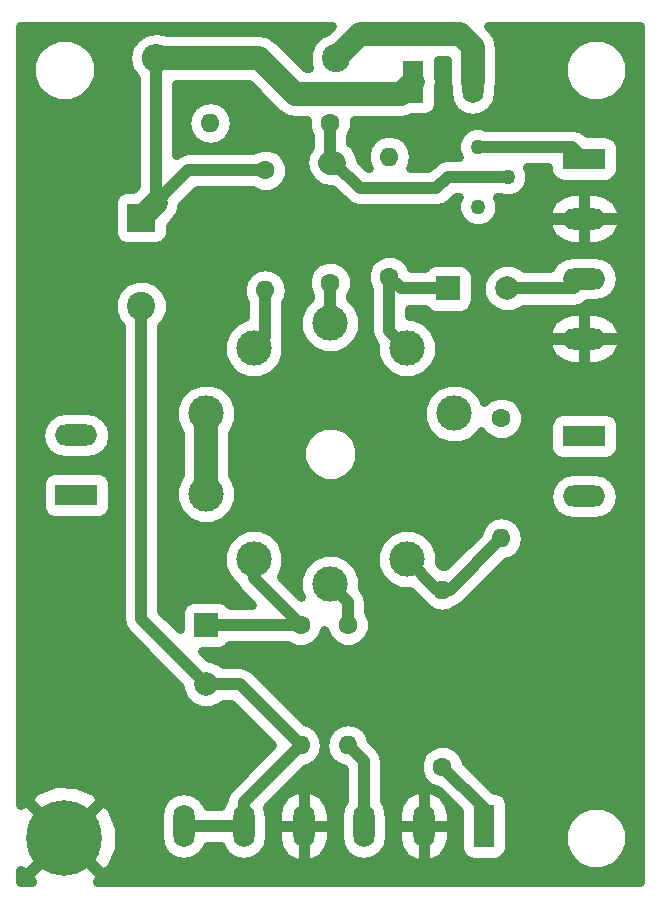
<source format=gbr>
G04 #@! TF.FileFunction,Copper,L2,Bot,Signal*
%FSLAX46Y46*%
G04 Gerber Fmt 4.6, Leading zero omitted, Abs format (unit mm)*
G04 Created by KiCad (PCBNEW 4.0.6) date Friday, 28 July 2017 'PMt' 19:46:46*
%MOMM*%
%LPD*%
G01*
G04 APERTURE LIST*
%ADD10C,0.100000*%
%ADD11R,2.400000X2.400000*%
%ADD12C,2.400000*%
%ADD13C,1.600000*%
%ADD14O,1.600000X1.600000*%
%ADD15C,6.400000*%
%ADD16C,1.260000*%
%ADD17R,3.600000X1.800000*%
%ADD18O,3.600000X1.800000*%
%ADD19R,1.800000X3.600000*%
%ADD20O,1.800000X3.600000*%
%ADD21R,2.000000X2.000000*%
%ADD22C,2.000000*%
%ADD23C,3.000000*%
%ADD24O,2.400000X2.400000*%
%ADD25C,1.000000*%
%ADD26C,2.000000*%
%ADD27C,0.800000*%
G04 APERTURE END LIST*
D10*
D11*
X186500000Y-85000000D03*
D12*
X186500000Y-92500000D03*
D13*
X207500000Y-90000000D03*
D14*
X207500000Y-79840000D03*
D15*
X180000000Y-137500000D03*
D13*
X200000000Y-119500000D03*
D14*
X200000000Y-129660000D03*
D16*
X215000000Y-84080000D03*
X217540000Y-81540000D03*
X215000000Y-79000000D03*
D17*
X224000000Y-103500000D03*
D18*
X224000000Y-108580000D03*
D17*
X181000000Y-108500000D03*
D18*
X181000000Y-103420000D03*
D19*
X209500000Y-73500000D03*
D20*
X214580000Y-73500000D03*
D13*
X202500000Y-90500000D03*
D14*
X202500000Y-80340000D03*
D13*
X204000000Y-119500000D03*
D14*
X204000000Y-129660000D03*
D21*
X212500000Y-91000000D03*
D22*
X217500000Y-91000000D03*
D21*
X192000000Y-119500000D03*
D22*
X192000000Y-124500000D03*
D23*
X208989435Y-113931484D03*
X202500041Y-116040367D03*
X196010602Y-113931820D03*
X192000019Y-108411708D03*
X191999956Y-101588329D03*
X196010688Y-96068136D03*
X202499959Y-93959633D03*
X208989398Y-96068180D03*
X212999981Y-101588292D03*
D13*
X202500000Y-77000000D03*
D14*
X192340000Y-77000000D03*
D13*
X212000000Y-131500000D03*
D14*
X212000000Y-116500000D03*
D13*
X197000000Y-81000000D03*
D14*
X197000000Y-91160000D03*
D13*
X217000000Y-102000000D03*
D14*
X217000000Y-112160000D03*
D12*
X203000000Y-71500000D03*
D24*
X187760000Y-71500000D03*
D17*
X224000000Y-80000000D03*
D18*
X224000000Y-85080000D03*
X224000000Y-90160000D03*
X224000000Y-95240000D03*
D19*
X215500000Y-136500000D03*
D20*
X210420000Y-136500000D03*
X205340000Y-136500000D03*
X200260000Y-136500000D03*
X195180000Y-136500000D03*
X190100000Y-136500000D03*
D25*
X212500000Y-91000000D02*
X208500000Y-91000000D01*
X208500000Y-91000000D02*
X207500000Y-90000000D01*
X207500000Y-90000000D02*
X207500000Y-94578782D01*
X207500000Y-94578782D02*
X208989398Y-96068180D01*
X190100000Y-136500000D02*
X195180000Y-136500000D01*
X195180000Y-136500000D02*
X195180000Y-134480000D01*
X195180000Y-134480000D02*
X200000000Y-129660000D01*
X186500000Y-92500000D02*
X186500000Y-119000000D01*
X186500000Y-119000000D02*
X192000000Y-124500000D01*
X192000000Y-124500000D02*
X194840000Y-124500000D01*
X194840000Y-124500000D02*
X200000000Y-129660000D01*
X197000000Y-81000000D02*
X190500000Y-81000000D01*
X190500000Y-81000000D02*
X186500000Y-85000000D01*
X187760000Y-71500000D02*
X187760000Y-83740000D01*
D26*
X187760000Y-83740000D02*
X186500000Y-85000000D01*
X187760000Y-71500000D02*
X196500000Y-71500000D01*
X208500000Y-74500000D02*
X209500000Y-73500000D01*
X199500000Y-74500000D02*
X208500000Y-74500000D01*
X196500000Y-71500000D02*
X199500000Y-74500000D01*
D25*
X192000000Y-119500000D02*
X200000000Y-119500000D01*
X196010602Y-113931820D02*
X196010602Y-115510602D01*
X196010602Y-115510602D02*
X200000000Y-119500000D01*
X215500000Y-136500000D02*
X215500000Y-135000000D01*
X215500000Y-135000000D02*
X212000000Y-131500000D01*
X205340000Y-136500000D02*
X205340000Y-131000000D01*
X205340000Y-131000000D02*
X204000000Y-129660000D01*
X217500000Y-91000000D02*
X223160000Y-91000000D01*
X223160000Y-91000000D02*
X224000000Y-90160000D01*
X215000000Y-79000000D02*
X223000000Y-79000000D01*
X223000000Y-79000000D02*
X224000000Y-80000000D01*
X202500000Y-90500000D02*
X202500000Y-93959592D01*
D26*
X202500000Y-93959592D02*
X202499959Y-93959633D01*
D25*
X202500000Y-93921122D02*
X202461421Y-93959701D01*
D26*
X202500000Y-80340000D02*
X202840000Y-80340000D01*
D25*
X202840000Y-80340000D02*
X205000000Y-82500000D01*
X212460000Y-81540000D02*
X217540000Y-81540000D01*
X211500000Y-82500000D02*
X212460000Y-81540000D01*
X205000000Y-82500000D02*
X211500000Y-82500000D01*
X202500000Y-77000000D02*
X202500000Y-80340000D01*
X202500000Y-79840000D02*
X202660000Y-79840000D01*
X197000000Y-91160000D02*
X197000000Y-95078824D01*
X197000000Y-95078824D02*
X196010688Y-96068136D01*
X212000000Y-116500000D02*
X212660000Y-116500000D01*
X212660000Y-116500000D02*
X217000000Y-112160000D01*
X212000000Y-116500000D02*
X211557951Y-116500000D01*
X211557951Y-116500000D02*
X208989435Y-113931484D01*
D26*
X192000019Y-108411708D02*
X192000019Y-101588392D01*
X192000019Y-101588392D02*
X191999956Y-101588329D01*
D25*
X204000000Y-119500000D02*
X204000000Y-117540326D01*
X204000000Y-117540326D02*
X202500041Y-116040367D01*
X202500000Y-116040408D02*
X202500041Y-116040367D01*
D26*
X214580000Y-73500000D02*
X214580000Y-70580000D01*
X205000000Y-69500000D02*
X203000000Y-71500000D01*
X213500000Y-69500000D02*
X205000000Y-69500000D01*
X214580000Y-70580000D02*
X213500000Y-69500000D01*
D27*
G36*
X202123281Y-69265449D02*
X201642285Y-69464192D01*
X200966565Y-70138734D01*
X200600417Y-71020516D01*
X200599584Y-71975295D01*
X200733749Y-72300000D01*
X200411270Y-72300000D01*
X198055635Y-69944365D01*
X198033246Y-69929405D01*
X197341904Y-69467465D01*
X196500000Y-69300000D01*
X188751367Y-69300000D01*
X188725459Y-69282689D01*
X187807019Y-69100000D01*
X187712981Y-69100000D01*
X186794541Y-69282689D01*
X186015925Y-69802944D01*
X185495670Y-70581560D01*
X185312981Y-71500000D01*
X185495670Y-72418440D01*
X186015925Y-73197056D01*
X186060000Y-73226506D01*
X186060000Y-82328730D01*
X185812239Y-82576491D01*
X185300000Y-82576491D01*
X184855307Y-82660166D01*
X184446883Y-82922979D01*
X184172886Y-83323986D01*
X184076491Y-83800000D01*
X184076491Y-86200000D01*
X184160166Y-86644693D01*
X184422979Y-87053117D01*
X184823986Y-87327114D01*
X185300000Y-87423509D01*
X187700000Y-87423509D01*
X188144693Y-87339834D01*
X188553117Y-87077021D01*
X188827114Y-86676014D01*
X188923509Y-86200000D01*
X188923509Y-85687761D01*
X189315635Y-85295635D01*
X189792535Y-84581903D01*
X189909306Y-83994858D01*
X191204163Y-82700000D01*
X195878788Y-82700000D01*
X196600430Y-82999652D01*
X197396079Y-83000346D01*
X198131429Y-82696506D01*
X198694529Y-82134388D01*
X198999652Y-81399570D01*
X199000346Y-80603921D01*
X198696506Y-79868571D01*
X198134388Y-79305471D01*
X197399570Y-79000348D01*
X196603921Y-78999654D01*
X195877027Y-79300000D01*
X190500000Y-79300000D01*
X189849438Y-79429405D01*
X189460000Y-79689619D01*
X189460000Y-77000000D01*
X190300818Y-77000000D01*
X190453059Y-77765367D01*
X190886604Y-78414214D01*
X191535451Y-78847759D01*
X192300818Y-79000000D01*
X192379182Y-79000000D01*
X193144549Y-78847759D01*
X193793396Y-78414214D01*
X194226941Y-77765367D01*
X194379182Y-77000000D01*
X194226941Y-76234633D01*
X193793396Y-75585786D01*
X193144549Y-75152241D01*
X192379182Y-75000000D01*
X192300818Y-75000000D01*
X191535451Y-75152241D01*
X190886604Y-75585786D01*
X190453059Y-76234633D01*
X190300818Y-77000000D01*
X189460000Y-77000000D01*
X189460000Y-73700000D01*
X195588730Y-73700000D01*
X197944365Y-76055635D01*
X198658097Y-76532536D01*
X199500000Y-76700000D01*
X200500261Y-76700000D01*
X200499654Y-77396079D01*
X200800000Y-78122973D01*
X200800000Y-79000422D01*
X200467465Y-79498096D01*
X200300000Y-80340000D01*
X200467465Y-81181904D01*
X200944365Y-81895635D01*
X201658096Y-82372535D01*
X202500000Y-82540000D01*
X202635836Y-82540000D01*
X203797916Y-83702079D01*
X203797918Y-83702082D01*
X204349438Y-84070595D01*
X205000000Y-84200000D01*
X211499995Y-84200000D01*
X211500000Y-84200001D01*
X212150562Y-84070595D01*
X212702082Y-83702082D01*
X213164164Y-83240000D01*
X213367304Y-83240000D01*
X213170318Y-83714393D01*
X213169683Y-84442413D01*
X213447697Y-85115258D01*
X213962035Y-85630494D01*
X214634393Y-85909682D01*
X215362413Y-85910317D01*
X216035258Y-85632303D01*
X216129497Y-85538228D01*
X220846108Y-85538228D01*
X220936808Y-85867784D01*
X221402943Y-86635635D01*
X222127440Y-87166655D01*
X223000000Y-87380000D01*
X223900000Y-87380000D01*
X223900000Y-85180000D01*
X224100000Y-85180000D01*
X224100000Y-87380000D01*
X225000000Y-87380000D01*
X225872560Y-87166655D01*
X226597057Y-86635635D01*
X227063192Y-85867784D01*
X227153892Y-85538228D01*
X226847434Y-85180000D01*
X224100000Y-85180000D01*
X223900000Y-85180000D01*
X221152566Y-85180000D01*
X220846108Y-85538228D01*
X216129497Y-85538228D01*
X216550494Y-85117965D01*
X216756531Y-84621772D01*
X220846108Y-84621772D01*
X221152566Y-84980000D01*
X223900000Y-84980000D01*
X223900000Y-82780000D01*
X224100000Y-82780000D01*
X224100000Y-84980000D01*
X226847434Y-84980000D01*
X227153892Y-84621772D01*
X227063192Y-84292216D01*
X226597057Y-83524365D01*
X225872560Y-82993345D01*
X225000000Y-82780000D01*
X224100000Y-82780000D01*
X223900000Y-82780000D01*
X223000000Y-82780000D01*
X222127440Y-82993345D01*
X221402943Y-83524365D01*
X220936808Y-84292216D01*
X220846108Y-84621772D01*
X216756531Y-84621772D01*
X216829682Y-84445607D01*
X216830317Y-83717587D01*
X216632982Y-83240000D01*
X216862085Y-83240000D01*
X217174393Y-83369682D01*
X217902413Y-83370317D01*
X218575258Y-83092303D01*
X219090494Y-82577965D01*
X219369682Y-81905607D01*
X219370317Y-81177587D01*
X219172982Y-80700000D01*
X220976491Y-80700000D01*
X220976491Y-80900000D01*
X221060166Y-81344693D01*
X221322979Y-81753117D01*
X221723986Y-82027114D01*
X222200000Y-82123509D01*
X225800000Y-82123509D01*
X226244693Y-82039834D01*
X226653117Y-81777021D01*
X226927114Y-81376014D01*
X227023509Y-80900000D01*
X227023509Y-79100000D01*
X226939834Y-78655307D01*
X226677021Y-78246883D01*
X226276014Y-77972886D01*
X225800000Y-77876491D01*
X224280655Y-77876491D01*
X224202082Y-77797918D01*
X223650562Y-77429405D01*
X223000000Y-77299999D01*
X222999995Y-77300000D01*
X215677915Y-77300000D01*
X215365607Y-77170318D01*
X214637587Y-77169683D01*
X213964742Y-77447697D01*
X213449506Y-77962035D01*
X213170318Y-78634393D01*
X213169683Y-79362413D01*
X213367018Y-79840000D01*
X212460005Y-79840000D01*
X212460000Y-79839999D01*
X211809438Y-79969405D01*
X211257918Y-80337918D01*
X210795836Y-80800000D01*
X209243890Y-80800000D01*
X209347759Y-80644549D01*
X209500000Y-79879182D01*
X209500000Y-79800818D01*
X209347759Y-79035451D01*
X208914214Y-78386604D01*
X208265367Y-77953059D01*
X207500000Y-77800818D01*
X206734633Y-77953059D01*
X206085786Y-78386604D01*
X205652241Y-79035451D01*
X205500000Y-79800818D01*
X205500000Y-79879182D01*
X205652241Y-80644549D01*
X205756110Y-80800000D01*
X205704163Y-80800000D01*
X204989306Y-80085142D01*
X204872535Y-79498096D01*
X204395635Y-78784365D01*
X204200000Y-78653646D01*
X204200000Y-78121212D01*
X204499652Y-77399570D01*
X204500262Y-76700000D01*
X208500000Y-76700000D01*
X209341904Y-76532535D01*
X209355412Y-76523509D01*
X210400000Y-76523509D01*
X210844693Y-76439834D01*
X211253117Y-76177021D01*
X211527114Y-75776014D01*
X211623509Y-75300000D01*
X211623509Y-73884548D01*
X211700000Y-73500000D01*
X211623509Y-73115451D01*
X211623509Y-71700000D01*
X212380000Y-71700000D01*
X212380000Y-73500000D01*
X212480000Y-74002734D01*
X212480000Y-74458773D01*
X212639853Y-75262408D01*
X213095076Y-75943697D01*
X213776365Y-76398920D01*
X214580000Y-76558773D01*
X215383635Y-76398920D01*
X216064924Y-75943697D01*
X216520147Y-75262408D01*
X216680000Y-74458773D01*
X216680000Y-74002734D01*
X216780000Y-73500000D01*
X216780000Y-73054511D01*
X222199515Y-73054511D01*
X222624892Y-74084000D01*
X223411857Y-74872340D01*
X224440602Y-75299513D01*
X225554511Y-75300485D01*
X226584000Y-74875108D01*
X227372340Y-74088143D01*
X227799513Y-73059398D01*
X227800485Y-71945489D01*
X227375108Y-70916000D01*
X226588143Y-70127660D01*
X225559398Y-69700487D01*
X224445489Y-69699515D01*
X223416000Y-70124892D01*
X222627660Y-70911857D01*
X222200487Y-71940602D01*
X222199515Y-73054511D01*
X216780000Y-73054511D01*
X216780000Y-70580000D01*
X216732640Y-70341903D01*
X216612536Y-69738097D01*
X216135635Y-69024365D01*
X215886270Y-68775000D01*
X228725000Y-68775000D01*
X228725000Y-141225000D01*
X182732734Y-141225000D01*
X182997402Y-140638824D01*
X180000000Y-137641421D01*
X177002598Y-140638824D01*
X177267266Y-141225000D01*
X176275000Y-141225000D01*
X176275000Y-140232734D01*
X176861176Y-140497402D01*
X179858579Y-137500000D01*
X180141421Y-137500000D01*
X183138824Y-140497402D01*
X183852302Y-140175255D01*
X184582839Y-138497402D01*
X184615681Y-136667703D01*
X183945826Y-134964713D01*
X183852302Y-134824745D01*
X183138824Y-134502598D01*
X180141421Y-137500000D01*
X179858579Y-137500000D01*
X176861176Y-134502598D01*
X176275000Y-134767266D01*
X176275000Y-134361176D01*
X177002598Y-134361176D01*
X180000000Y-137358579D01*
X182997402Y-134361176D01*
X182675255Y-133647698D01*
X180997402Y-132917161D01*
X179167703Y-132884319D01*
X177464713Y-133554174D01*
X177324745Y-133647698D01*
X177002598Y-134361176D01*
X176275000Y-134361176D01*
X176275000Y-107600000D01*
X177976491Y-107600000D01*
X177976491Y-109400000D01*
X178060166Y-109844693D01*
X178322979Y-110253117D01*
X178723986Y-110527114D01*
X179200000Y-110623509D01*
X182800000Y-110623509D01*
X183244693Y-110539834D01*
X183653117Y-110277021D01*
X183927114Y-109876014D01*
X184023509Y-109400000D01*
X184023509Y-107600000D01*
X183939834Y-107155307D01*
X183677021Y-106746883D01*
X183276014Y-106472886D01*
X182800000Y-106376491D01*
X179200000Y-106376491D01*
X178755307Y-106460166D01*
X178346883Y-106722979D01*
X178072886Y-107123986D01*
X177976491Y-107600000D01*
X176275000Y-107600000D01*
X176275000Y-103420000D01*
X177941227Y-103420000D01*
X178101080Y-104223635D01*
X178556303Y-104904924D01*
X179237592Y-105360147D01*
X180041227Y-105520000D01*
X181958773Y-105520000D01*
X182762408Y-105360147D01*
X183443697Y-104904924D01*
X183898920Y-104223635D01*
X184058773Y-103420000D01*
X183898920Y-102616365D01*
X183443697Y-101935076D01*
X182762408Y-101479853D01*
X181958773Y-101320000D01*
X180041227Y-101320000D01*
X179237592Y-101479853D01*
X178556303Y-101935076D01*
X178101080Y-102616365D01*
X177941227Y-103420000D01*
X176275000Y-103420000D01*
X176275000Y-92975295D01*
X184099584Y-92975295D01*
X184464192Y-93857715D01*
X184800000Y-94194109D01*
X184800000Y-118999995D01*
X184799999Y-119000000D01*
X184929405Y-119650562D01*
X185297918Y-120202082D01*
X189799821Y-124703984D01*
X189799619Y-124935687D01*
X190133843Y-125744572D01*
X190752173Y-126363982D01*
X191560473Y-126699618D01*
X192435687Y-126700381D01*
X193244572Y-126366157D01*
X193411019Y-126200000D01*
X194135836Y-126200000D01*
X197595836Y-129660000D01*
X193977918Y-133277918D01*
X193609405Y-133829438D01*
X193508835Y-134335032D01*
X193239853Y-134737592D01*
X193227439Y-134800000D01*
X192052561Y-134800000D01*
X192040147Y-134737592D01*
X191584924Y-134056303D01*
X190903635Y-133601080D01*
X190100000Y-133441227D01*
X189296365Y-133601080D01*
X188615076Y-134056303D01*
X188159853Y-134737592D01*
X188000000Y-135541227D01*
X188000000Y-137458773D01*
X188159853Y-138262408D01*
X188615076Y-138943697D01*
X189296365Y-139398920D01*
X190100000Y-139558773D01*
X190903635Y-139398920D01*
X191584924Y-138943697D01*
X192040147Y-138262408D01*
X192052561Y-138200000D01*
X193227439Y-138200000D01*
X193239853Y-138262408D01*
X193695076Y-138943697D01*
X194376365Y-139398920D01*
X195180000Y-139558773D01*
X195983635Y-139398920D01*
X196664924Y-138943697D01*
X197120147Y-138262408D01*
X197280000Y-137458773D01*
X197280000Y-136600000D01*
X197960000Y-136600000D01*
X197960000Y-137500000D01*
X198173345Y-138372560D01*
X198704365Y-139097057D01*
X199472216Y-139563192D01*
X199801772Y-139653892D01*
X200160000Y-139347434D01*
X200160000Y-136600000D01*
X200360000Y-136600000D01*
X200360000Y-139347434D01*
X200718228Y-139653892D01*
X201047784Y-139563192D01*
X201815635Y-139097057D01*
X202346655Y-138372560D01*
X202560000Y-137500000D01*
X202560000Y-136600000D01*
X200360000Y-136600000D01*
X200160000Y-136600000D01*
X197960000Y-136600000D01*
X197280000Y-136600000D01*
X197280000Y-135541227D01*
X197271800Y-135500000D01*
X197960000Y-135500000D01*
X197960000Y-136400000D01*
X200160000Y-136400000D01*
X200160000Y-133652566D01*
X200360000Y-133652566D01*
X200360000Y-136400000D01*
X202560000Y-136400000D01*
X202560000Y-135500000D01*
X202346655Y-134627440D01*
X201815635Y-133902943D01*
X201047784Y-133436808D01*
X200718228Y-133346108D01*
X200360000Y-133652566D01*
X200160000Y-133652566D01*
X199801772Y-133346108D01*
X199472216Y-133436808D01*
X198704365Y-133902943D01*
X198173345Y-134627440D01*
X197960000Y-135500000D01*
X197271800Y-135500000D01*
X197154395Y-134909769D01*
X200455607Y-131608556D01*
X200765367Y-131546941D01*
X201414214Y-131113396D01*
X201847759Y-130464549D01*
X202000000Y-129699182D01*
X202152241Y-130464549D01*
X202585786Y-131113396D01*
X203234633Y-131546941D01*
X203544393Y-131608556D01*
X203640000Y-131704163D01*
X203640000Y-134378187D01*
X203399853Y-134737592D01*
X203240000Y-135541227D01*
X203240000Y-137458773D01*
X203399853Y-138262408D01*
X203855076Y-138943697D01*
X204536365Y-139398920D01*
X205340000Y-139558773D01*
X206143635Y-139398920D01*
X206824924Y-138943697D01*
X207280147Y-138262408D01*
X207440000Y-137458773D01*
X207440000Y-136600000D01*
X208120000Y-136600000D01*
X208120000Y-137500000D01*
X208333345Y-138372560D01*
X208864365Y-139097057D01*
X209632216Y-139563192D01*
X209961772Y-139653892D01*
X210320000Y-139347434D01*
X210320000Y-136600000D01*
X210520000Y-136600000D01*
X210520000Y-139347434D01*
X210878228Y-139653892D01*
X211207784Y-139563192D01*
X211975635Y-139097057D01*
X212506655Y-138372560D01*
X212720000Y-137500000D01*
X212720000Y-136600000D01*
X210520000Y-136600000D01*
X210320000Y-136600000D01*
X208120000Y-136600000D01*
X207440000Y-136600000D01*
X207440000Y-135541227D01*
X207431800Y-135500000D01*
X208120000Y-135500000D01*
X208120000Y-136400000D01*
X210320000Y-136400000D01*
X210320000Y-133652566D01*
X210520000Y-133652566D01*
X210520000Y-136400000D01*
X212720000Y-136400000D01*
X212720000Y-135500000D01*
X212506655Y-134627440D01*
X211975635Y-133902943D01*
X211207784Y-133436808D01*
X210878228Y-133346108D01*
X210520000Y-133652566D01*
X210320000Y-133652566D01*
X209961772Y-133346108D01*
X209632216Y-133436808D01*
X208864365Y-133902943D01*
X208333345Y-134627440D01*
X208120000Y-135500000D01*
X207431800Y-135500000D01*
X207280147Y-134737592D01*
X207040000Y-134378187D01*
X207040000Y-131896079D01*
X209999654Y-131896079D01*
X210303494Y-132631429D01*
X210865612Y-133194529D01*
X211591979Y-133496143D01*
X213376491Y-135280654D01*
X213376491Y-138300000D01*
X213460166Y-138744693D01*
X213722979Y-139153117D01*
X214123986Y-139427114D01*
X214600000Y-139523509D01*
X216400000Y-139523509D01*
X216844693Y-139439834D01*
X217253117Y-139177021D01*
X217527114Y-138776014D01*
X217623509Y-138300000D01*
X217623509Y-138054511D01*
X222199515Y-138054511D01*
X222624892Y-139084000D01*
X223411857Y-139872340D01*
X224440602Y-140299513D01*
X225554511Y-140300485D01*
X226584000Y-139875108D01*
X227372340Y-139088143D01*
X227799513Y-138059398D01*
X227800485Y-136945489D01*
X227375108Y-135916000D01*
X226588143Y-135127660D01*
X225559398Y-134700487D01*
X224445489Y-134699515D01*
X223416000Y-135124892D01*
X222627660Y-135911857D01*
X222200487Y-136940602D01*
X222199515Y-138054511D01*
X217623509Y-138054511D01*
X217623509Y-134700000D01*
X217539834Y-134255307D01*
X217277021Y-133846883D01*
X216876014Y-133572886D01*
X216400000Y-133476491D01*
X216380654Y-133476491D01*
X213994897Y-131090733D01*
X213696506Y-130368571D01*
X213134388Y-129805471D01*
X212399570Y-129500348D01*
X211603921Y-129499654D01*
X210868571Y-129803494D01*
X210305471Y-130365612D01*
X210000348Y-131100430D01*
X209999654Y-131896079D01*
X207040000Y-131896079D01*
X207040000Y-131000005D01*
X207040001Y-131000000D01*
X206910595Y-130349438D01*
X206884619Y-130310562D01*
X206542082Y-129797918D01*
X206542079Y-129797916D01*
X205909374Y-129165211D01*
X205847759Y-128855451D01*
X205414214Y-128206604D01*
X204765367Y-127773059D01*
X204000000Y-127620818D01*
X203234633Y-127773059D01*
X202585786Y-128206604D01*
X202152241Y-128855451D01*
X202000000Y-129620818D01*
X201847759Y-128855451D01*
X201414214Y-128206604D01*
X200765367Y-127773059D01*
X200455608Y-127711444D01*
X196042082Y-123297918D01*
X195490562Y-122929405D01*
X194840000Y-122799999D01*
X194839995Y-122800000D01*
X193411523Y-122800000D01*
X193247827Y-122636018D01*
X192439527Y-122300382D01*
X192204340Y-122300177D01*
X191627672Y-121723509D01*
X193000000Y-121723509D01*
X193444693Y-121639834D01*
X193853117Y-121377021D01*
X193974071Y-121200000D01*
X198878788Y-121200000D01*
X199600430Y-121499652D01*
X200396079Y-121500346D01*
X201131429Y-121196506D01*
X201694529Y-120634388D01*
X201999652Y-119899570D01*
X201999655Y-119896082D01*
X202303494Y-120631429D01*
X202865612Y-121194529D01*
X203600430Y-121499652D01*
X204396079Y-121500346D01*
X205131429Y-121196506D01*
X205694529Y-120634388D01*
X205999652Y-119899570D01*
X206000346Y-119103921D01*
X205700000Y-118377027D01*
X205700000Y-117540326D01*
X205570595Y-116889764D01*
X205202082Y-116338244D01*
X205202079Y-116338242D01*
X205199784Y-116335947D01*
X205200509Y-115505660D01*
X204790324Y-114512938D01*
X204743659Y-114466191D01*
X206288967Y-114466191D01*
X206699152Y-115458913D01*
X207458011Y-116219098D01*
X208450016Y-116631014D01*
X209285531Y-116631744D01*
X210355867Y-117702079D01*
X210355869Y-117702082D01*
X210467866Y-117776916D01*
X210585786Y-117953396D01*
X211234633Y-118386941D01*
X212000000Y-118539182D01*
X212765367Y-118386941D01*
X213208400Y-118090917D01*
X213310562Y-118070595D01*
X213862082Y-117702082D01*
X217455607Y-114108556D01*
X217765367Y-114046941D01*
X218414214Y-113613396D01*
X218847759Y-112964549D01*
X219000000Y-112199182D01*
X219000000Y-112120818D01*
X218847759Y-111355451D01*
X218414214Y-110706604D01*
X217765367Y-110273059D01*
X217000000Y-110120818D01*
X216234633Y-110273059D01*
X215585786Y-110706604D01*
X215152241Y-111355451D01*
X215090626Y-111665211D01*
X212246072Y-114509765D01*
X212000000Y-114460818D01*
X211935719Y-114473604D01*
X211689178Y-114227064D01*
X211689903Y-113396777D01*
X211279718Y-112404055D01*
X210520859Y-111643870D01*
X209528854Y-111231954D01*
X208454728Y-111231016D01*
X207462006Y-111641201D01*
X206701821Y-112400060D01*
X206289905Y-113392065D01*
X206288967Y-114466191D01*
X204743659Y-114466191D01*
X204031465Y-113752753D01*
X203039460Y-113340837D01*
X201965334Y-113339899D01*
X200972612Y-113750084D01*
X200212427Y-114508943D01*
X199800511Y-115500948D01*
X199799573Y-116575074D01*
X200025133Y-117120969D01*
X198318517Y-115414353D01*
X198710132Y-114471239D01*
X198711070Y-113397113D01*
X198300885Y-112404391D01*
X197542026Y-111644206D01*
X196550021Y-111232290D01*
X195475895Y-111231352D01*
X194483173Y-111641537D01*
X193722988Y-112400396D01*
X193311072Y-113392401D01*
X193310134Y-114466527D01*
X193720319Y-115459249D01*
X194478463Y-116218718D01*
X194808520Y-116712684D01*
X195895836Y-117800000D01*
X193975549Y-117800000D01*
X193877021Y-117646883D01*
X193476014Y-117372886D01*
X193000000Y-117276491D01*
X191000000Y-117276491D01*
X190555307Y-117360166D01*
X190146883Y-117622979D01*
X189872886Y-118023986D01*
X189776491Y-118500000D01*
X189776491Y-119872327D01*
X188200000Y-118295836D01*
X188200000Y-102123036D01*
X189299488Y-102123036D01*
X189709673Y-103115758D01*
X189800019Y-103206262D01*
X189800019Y-106792823D01*
X189712405Y-106880284D01*
X189300489Y-107872289D01*
X189299551Y-108946415D01*
X189709736Y-109939137D01*
X190468595Y-110699322D01*
X191460600Y-111111238D01*
X192534726Y-111112176D01*
X193527448Y-110701991D01*
X194287633Y-109943132D01*
X194699549Y-108951127D01*
X194699873Y-108580000D01*
X220941227Y-108580000D01*
X221101080Y-109383635D01*
X221556303Y-110064924D01*
X222237592Y-110520147D01*
X223041227Y-110680000D01*
X224958773Y-110680000D01*
X225762408Y-110520147D01*
X226443697Y-110064924D01*
X226898920Y-109383635D01*
X227058773Y-108580000D01*
X226898920Y-107776365D01*
X226443697Y-107095076D01*
X225762408Y-106639853D01*
X224958773Y-106480000D01*
X223041227Y-106480000D01*
X222237592Y-106639853D01*
X221556303Y-107095076D01*
X221101080Y-107776365D01*
X220941227Y-108580000D01*
X194699873Y-108580000D01*
X194700487Y-107877001D01*
X194290302Y-106884279D01*
X194200019Y-106793838D01*
X194200019Y-105485197D01*
X200049576Y-105485197D01*
X200421780Y-106386000D01*
X201110375Y-107075798D01*
X202010527Y-107449573D01*
X202985197Y-107450424D01*
X203886000Y-107078220D01*
X204575798Y-106389625D01*
X204949573Y-105489473D01*
X204950424Y-104514803D01*
X204578220Y-103614000D01*
X203889625Y-102924202D01*
X202989473Y-102550427D01*
X202014803Y-102549576D01*
X201114000Y-102921780D01*
X200424202Y-103610375D01*
X200050427Y-104510527D01*
X200049576Y-105485197D01*
X194200019Y-105485197D01*
X194200019Y-103207151D01*
X194287570Y-103119753D01*
X194699486Y-102127748D01*
X194699490Y-102122999D01*
X210299513Y-102122999D01*
X210709698Y-103115721D01*
X211468557Y-103875906D01*
X212460562Y-104287822D01*
X213534688Y-104288760D01*
X214527410Y-103878575D01*
X215287595Y-103119716D01*
X215293138Y-103106366D01*
X215303494Y-103131429D01*
X215865612Y-103694529D01*
X216600430Y-103999652D01*
X217396079Y-104000346D01*
X218131429Y-103696506D01*
X218694529Y-103134388D01*
X218916426Y-102600000D01*
X220976491Y-102600000D01*
X220976491Y-104400000D01*
X221060166Y-104844693D01*
X221322979Y-105253117D01*
X221723986Y-105527114D01*
X222200000Y-105623509D01*
X225800000Y-105623509D01*
X226244693Y-105539834D01*
X226653117Y-105277021D01*
X226927114Y-104876014D01*
X227023509Y-104400000D01*
X227023509Y-102600000D01*
X226939834Y-102155307D01*
X226677021Y-101746883D01*
X226276014Y-101472886D01*
X225800000Y-101376491D01*
X222200000Y-101376491D01*
X221755307Y-101460166D01*
X221346883Y-101722979D01*
X221072886Y-102123986D01*
X220976491Y-102600000D01*
X218916426Y-102600000D01*
X218999652Y-102399570D01*
X219000346Y-101603921D01*
X218696506Y-100868571D01*
X218134388Y-100305471D01*
X217399570Y-100000348D01*
X216603921Y-99999654D01*
X215868571Y-100303494D01*
X215530119Y-100641356D01*
X215290264Y-100060863D01*
X214531405Y-99300678D01*
X213539400Y-98888762D01*
X212465274Y-98887824D01*
X211472552Y-99298009D01*
X210712367Y-100056868D01*
X210300451Y-101048873D01*
X210299513Y-102122999D01*
X194699490Y-102122999D01*
X194700424Y-101053622D01*
X194290239Y-100060900D01*
X193531380Y-99300715D01*
X192539375Y-98888799D01*
X191465249Y-98887861D01*
X190472527Y-99298046D01*
X189712342Y-100056905D01*
X189300426Y-101048910D01*
X189299488Y-102123036D01*
X188200000Y-102123036D01*
X188200000Y-96602843D01*
X193310220Y-96602843D01*
X193720405Y-97595565D01*
X194479264Y-98355750D01*
X195471269Y-98767666D01*
X196545395Y-98768604D01*
X197538117Y-98358419D01*
X198298302Y-97599560D01*
X198710218Y-96607555D01*
X198711156Y-95533429D01*
X198642584Y-95367473D01*
X198700000Y-95078824D01*
X198700000Y-94494340D01*
X199799491Y-94494340D01*
X200209676Y-95487062D01*
X200968535Y-96247247D01*
X201960540Y-96659163D01*
X203034666Y-96660101D01*
X204027388Y-96249916D01*
X204787573Y-95491057D01*
X205199489Y-94499052D01*
X205200427Y-93424926D01*
X204790242Y-92432204D01*
X204200000Y-91840931D01*
X204200000Y-91621212D01*
X204499652Y-90899570D01*
X204500091Y-90396079D01*
X205499654Y-90396079D01*
X205800000Y-91122973D01*
X205800000Y-94578777D01*
X205799999Y-94578782D01*
X205929405Y-95229344D01*
X206289659Y-95768503D01*
X206288930Y-96602887D01*
X206699115Y-97595609D01*
X207457974Y-98355794D01*
X208449979Y-98767710D01*
X209524105Y-98768648D01*
X210516827Y-98358463D01*
X211277012Y-97599604D01*
X211688928Y-96607599D01*
X211689722Y-95698228D01*
X220846108Y-95698228D01*
X220936808Y-96027784D01*
X221402943Y-96795635D01*
X222127440Y-97326655D01*
X223000000Y-97540000D01*
X223900000Y-97540000D01*
X223900000Y-95340000D01*
X224100000Y-95340000D01*
X224100000Y-97540000D01*
X225000000Y-97540000D01*
X225872560Y-97326655D01*
X226597057Y-96795635D01*
X227063192Y-96027784D01*
X227153892Y-95698228D01*
X226847434Y-95340000D01*
X224100000Y-95340000D01*
X223900000Y-95340000D01*
X221152566Y-95340000D01*
X220846108Y-95698228D01*
X211689722Y-95698228D01*
X211689866Y-95533473D01*
X211379270Y-94781772D01*
X220846108Y-94781772D01*
X221152566Y-95140000D01*
X223900000Y-95140000D01*
X223900000Y-92940000D01*
X224100000Y-92940000D01*
X224100000Y-95140000D01*
X226847434Y-95140000D01*
X227153892Y-94781772D01*
X227063192Y-94452216D01*
X226597057Y-93684365D01*
X225872560Y-93153345D01*
X225000000Y-92940000D01*
X224100000Y-92940000D01*
X223900000Y-92940000D01*
X223000000Y-92940000D01*
X222127440Y-93153345D01*
X221402943Y-93684365D01*
X220936808Y-94452216D01*
X220846108Y-94781772D01*
X211379270Y-94781772D01*
X211279681Y-94540751D01*
X210520822Y-93780566D01*
X209528817Y-93368650D01*
X209200000Y-93368363D01*
X209200000Y-92700000D01*
X210524451Y-92700000D01*
X210622979Y-92853117D01*
X211023986Y-93127114D01*
X211500000Y-93223509D01*
X213500000Y-93223509D01*
X213944693Y-93139834D01*
X214353117Y-92877021D01*
X214627114Y-92476014D01*
X214723509Y-92000000D01*
X214723509Y-91435687D01*
X215299619Y-91435687D01*
X215633843Y-92244572D01*
X216252173Y-92863982D01*
X217060473Y-93199618D01*
X217935687Y-93200381D01*
X218744572Y-92866157D01*
X218911019Y-92700000D01*
X223159995Y-92700000D01*
X223160000Y-92700001D01*
X223810562Y-92570595D01*
X224275401Y-92260000D01*
X224958773Y-92260000D01*
X225762408Y-92100147D01*
X226443697Y-91644924D01*
X226898920Y-90963635D01*
X227058773Y-90160000D01*
X226898920Y-89356365D01*
X226443697Y-88675076D01*
X225762408Y-88219853D01*
X224958773Y-88060000D01*
X223041227Y-88060000D01*
X222237592Y-88219853D01*
X221556303Y-88675076D01*
X221138742Y-89300000D01*
X218911523Y-89300000D01*
X218747827Y-89136018D01*
X217939527Y-88800382D01*
X217064313Y-88799619D01*
X216255428Y-89133843D01*
X215636018Y-89752173D01*
X215300382Y-90560473D01*
X215299619Y-91435687D01*
X214723509Y-91435687D01*
X214723509Y-90000000D01*
X214639834Y-89555307D01*
X214377021Y-89146883D01*
X213976014Y-88872886D01*
X213500000Y-88776491D01*
X211500000Y-88776491D01*
X211055307Y-88860166D01*
X210646883Y-89122979D01*
X210525929Y-89300000D01*
X209374769Y-89300000D01*
X209196506Y-88868571D01*
X208634388Y-88305471D01*
X207899570Y-88000348D01*
X207103921Y-87999654D01*
X206368571Y-88303494D01*
X205805471Y-88865612D01*
X205500348Y-89600430D01*
X205499654Y-90396079D01*
X204500091Y-90396079D01*
X204500346Y-90103921D01*
X204196506Y-89368571D01*
X203634388Y-88805471D01*
X202899570Y-88500348D01*
X202103921Y-88499654D01*
X201368571Y-88803494D01*
X200805471Y-89365612D01*
X200500348Y-90100430D01*
X200499654Y-90896079D01*
X200800000Y-91622973D01*
X200800000Y-91841579D01*
X200212345Y-92428209D01*
X199800429Y-93420214D01*
X199799491Y-94494340D01*
X198700000Y-94494340D01*
X198700000Y-92185686D01*
X198847759Y-91964549D01*
X199000000Y-91199182D01*
X199000000Y-91120818D01*
X198847759Y-90355451D01*
X198414214Y-89706604D01*
X197765367Y-89273059D01*
X197000000Y-89120818D01*
X196234633Y-89273059D01*
X195585786Y-89706604D01*
X195152241Y-90355451D01*
X195000000Y-91120818D01*
X195000000Y-91199182D01*
X195152241Y-91964549D01*
X195300000Y-92185686D01*
X195300000Y-93440382D01*
X194483259Y-93777853D01*
X193723074Y-94536712D01*
X193311158Y-95528717D01*
X193310220Y-96602843D01*
X188200000Y-96602843D01*
X188200000Y-94194120D01*
X188533435Y-93861266D01*
X188899583Y-92979484D01*
X188900416Y-92024705D01*
X188535808Y-91142285D01*
X187861266Y-90466565D01*
X186979484Y-90100417D01*
X186024705Y-90099584D01*
X185142285Y-90464192D01*
X184466565Y-91138734D01*
X184100417Y-92020516D01*
X184099584Y-92975295D01*
X176275000Y-92975295D01*
X176275000Y-73054511D01*
X177199515Y-73054511D01*
X177624892Y-74084000D01*
X178411857Y-74872340D01*
X179440602Y-75299513D01*
X180554511Y-75300485D01*
X181584000Y-74875108D01*
X182372340Y-74088143D01*
X182799513Y-73059398D01*
X182800485Y-71945489D01*
X182375108Y-70916000D01*
X181588143Y-70127660D01*
X180559398Y-69700487D01*
X179445489Y-69699515D01*
X178416000Y-70124892D01*
X177627660Y-70911857D01*
X177200487Y-71940602D01*
X177199515Y-73054511D01*
X176275000Y-73054511D01*
X176275000Y-68775000D01*
X202613730Y-68775000D01*
X202123281Y-69265449D01*
X202123281Y-69265449D01*
G37*
X202123281Y-69265449D02*
X201642285Y-69464192D01*
X200966565Y-70138734D01*
X200600417Y-71020516D01*
X200599584Y-71975295D01*
X200733749Y-72300000D01*
X200411270Y-72300000D01*
X198055635Y-69944365D01*
X198033246Y-69929405D01*
X197341904Y-69467465D01*
X196500000Y-69300000D01*
X188751367Y-69300000D01*
X188725459Y-69282689D01*
X187807019Y-69100000D01*
X187712981Y-69100000D01*
X186794541Y-69282689D01*
X186015925Y-69802944D01*
X185495670Y-70581560D01*
X185312981Y-71500000D01*
X185495670Y-72418440D01*
X186015925Y-73197056D01*
X186060000Y-73226506D01*
X186060000Y-82328730D01*
X185812239Y-82576491D01*
X185300000Y-82576491D01*
X184855307Y-82660166D01*
X184446883Y-82922979D01*
X184172886Y-83323986D01*
X184076491Y-83800000D01*
X184076491Y-86200000D01*
X184160166Y-86644693D01*
X184422979Y-87053117D01*
X184823986Y-87327114D01*
X185300000Y-87423509D01*
X187700000Y-87423509D01*
X188144693Y-87339834D01*
X188553117Y-87077021D01*
X188827114Y-86676014D01*
X188923509Y-86200000D01*
X188923509Y-85687761D01*
X189315635Y-85295635D01*
X189792535Y-84581903D01*
X189909306Y-83994858D01*
X191204163Y-82700000D01*
X195878788Y-82700000D01*
X196600430Y-82999652D01*
X197396079Y-83000346D01*
X198131429Y-82696506D01*
X198694529Y-82134388D01*
X198999652Y-81399570D01*
X199000346Y-80603921D01*
X198696506Y-79868571D01*
X198134388Y-79305471D01*
X197399570Y-79000348D01*
X196603921Y-78999654D01*
X195877027Y-79300000D01*
X190500000Y-79300000D01*
X189849438Y-79429405D01*
X189460000Y-79689619D01*
X189460000Y-77000000D01*
X190300818Y-77000000D01*
X190453059Y-77765367D01*
X190886604Y-78414214D01*
X191535451Y-78847759D01*
X192300818Y-79000000D01*
X192379182Y-79000000D01*
X193144549Y-78847759D01*
X193793396Y-78414214D01*
X194226941Y-77765367D01*
X194379182Y-77000000D01*
X194226941Y-76234633D01*
X193793396Y-75585786D01*
X193144549Y-75152241D01*
X192379182Y-75000000D01*
X192300818Y-75000000D01*
X191535451Y-75152241D01*
X190886604Y-75585786D01*
X190453059Y-76234633D01*
X190300818Y-77000000D01*
X189460000Y-77000000D01*
X189460000Y-73700000D01*
X195588730Y-73700000D01*
X197944365Y-76055635D01*
X198658097Y-76532536D01*
X199500000Y-76700000D01*
X200500261Y-76700000D01*
X200499654Y-77396079D01*
X200800000Y-78122973D01*
X200800000Y-79000422D01*
X200467465Y-79498096D01*
X200300000Y-80340000D01*
X200467465Y-81181904D01*
X200944365Y-81895635D01*
X201658096Y-82372535D01*
X202500000Y-82540000D01*
X202635836Y-82540000D01*
X203797916Y-83702079D01*
X203797918Y-83702082D01*
X204349438Y-84070595D01*
X205000000Y-84200000D01*
X211499995Y-84200000D01*
X211500000Y-84200001D01*
X212150562Y-84070595D01*
X212702082Y-83702082D01*
X213164164Y-83240000D01*
X213367304Y-83240000D01*
X213170318Y-83714393D01*
X213169683Y-84442413D01*
X213447697Y-85115258D01*
X213962035Y-85630494D01*
X214634393Y-85909682D01*
X215362413Y-85910317D01*
X216035258Y-85632303D01*
X216129497Y-85538228D01*
X220846108Y-85538228D01*
X220936808Y-85867784D01*
X221402943Y-86635635D01*
X222127440Y-87166655D01*
X223000000Y-87380000D01*
X223900000Y-87380000D01*
X223900000Y-85180000D01*
X224100000Y-85180000D01*
X224100000Y-87380000D01*
X225000000Y-87380000D01*
X225872560Y-87166655D01*
X226597057Y-86635635D01*
X227063192Y-85867784D01*
X227153892Y-85538228D01*
X226847434Y-85180000D01*
X224100000Y-85180000D01*
X223900000Y-85180000D01*
X221152566Y-85180000D01*
X220846108Y-85538228D01*
X216129497Y-85538228D01*
X216550494Y-85117965D01*
X216756531Y-84621772D01*
X220846108Y-84621772D01*
X221152566Y-84980000D01*
X223900000Y-84980000D01*
X223900000Y-82780000D01*
X224100000Y-82780000D01*
X224100000Y-84980000D01*
X226847434Y-84980000D01*
X227153892Y-84621772D01*
X227063192Y-84292216D01*
X226597057Y-83524365D01*
X225872560Y-82993345D01*
X225000000Y-82780000D01*
X224100000Y-82780000D01*
X223900000Y-82780000D01*
X223000000Y-82780000D01*
X222127440Y-82993345D01*
X221402943Y-83524365D01*
X220936808Y-84292216D01*
X220846108Y-84621772D01*
X216756531Y-84621772D01*
X216829682Y-84445607D01*
X216830317Y-83717587D01*
X216632982Y-83240000D01*
X216862085Y-83240000D01*
X217174393Y-83369682D01*
X217902413Y-83370317D01*
X218575258Y-83092303D01*
X219090494Y-82577965D01*
X219369682Y-81905607D01*
X219370317Y-81177587D01*
X219172982Y-80700000D01*
X220976491Y-80700000D01*
X220976491Y-80900000D01*
X221060166Y-81344693D01*
X221322979Y-81753117D01*
X221723986Y-82027114D01*
X222200000Y-82123509D01*
X225800000Y-82123509D01*
X226244693Y-82039834D01*
X226653117Y-81777021D01*
X226927114Y-81376014D01*
X227023509Y-80900000D01*
X227023509Y-79100000D01*
X226939834Y-78655307D01*
X226677021Y-78246883D01*
X226276014Y-77972886D01*
X225800000Y-77876491D01*
X224280655Y-77876491D01*
X224202082Y-77797918D01*
X223650562Y-77429405D01*
X223000000Y-77299999D01*
X222999995Y-77300000D01*
X215677915Y-77300000D01*
X215365607Y-77170318D01*
X214637587Y-77169683D01*
X213964742Y-77447697D01*
X213449506Y-77962035D01*
X213170318Y-78634393D01*
X213169683Y-79362413D01*
X213367018Y-79840000D01*
X212460005Y-79840000D01*
X212460000Y-79839999D01*
X211809438Y-79969405D01*
X211257918Y-80337918D01*
X210795836Y-80800000D01*
X209243890Y-80800000D01*
X209347759Y-80644549D01*
X209500000Y-79879182D01*
X209500000Y-79800818D01*
X209347759Y-79035451D01*
X208914214Y-78386604D01*
X208265367Y-77953059D01*
X207500000Y-77800818D01*
X206734633Y-77953059D01*
X206085786Y-78386604D01*
X205652241Y-79035451D01*
X205500000Y-79800818D01*
X205500000Y-79879182D01*
X205652241Y-80644549D01*
X205756110Y-80800000D01*
X205704163Y-80800000D01*
X204989306Y-80085142D01*
X204872535Y-79498096D01*
X204395635Y-78784365D01*
X204200000Y-78653646D01*
X204200000Y-78121212D01*
X204499652Y-77399570D01*
X204500262Y-76700000D01*
X208500000Y-76700000D01*
X209341904Y-76532535D01*
X209355412Y-76523509D01*
X210400000Y-76523509D01*
X210844693Y-76439834D01*
X211253117Y-76177021D01*
X211527114Y-75776014D01*
X211623509Y-75300000D01*
X211623509Y-73884548D01*
X211700000Y-73500000D01*
X211623509Y-73115451D01*
X211623509Y-71700000D01*
X212380000Y-71700000D01*
X212380000Y-73500000D01*
X212480000Y-74002734D01*
X212480000Y-74458773D01*
X212639853Y-75262408D01*
X213095076Y-75943697D01*
X213776365Y-76398920D01*
X214580000Y-76558773D01*
X215383635Y-76398920D01*
X216064924Y-75943697D01*
X216520147Y-75262408D01*
X216680000Y-74458773D01*
X216680000Y-74002734D01*
X216780000Y-73500000D01*
X216780000Y-73054511D01*
X222199515Y-73054511D01*
X222624892Y-74084000D01*
X223411857Y-74872340D01*
X224440602Y-75299513D01*
X225554511Y-75300485D01*
X226584000Y-74875108D01*
X227372340Y-74088143D01*
X227799513Y-73059398D01*
X227800485Y-71945489D01*
X227375108Y-70916000D01*
X226588143Y-70127660D01*
X225559398Y-69700487D01*
X224445489Y-69699515D01*
X223416000Y-70124892D01*
X222627660Y-70911857D01*
X222200487Y-71940602D01*
X222199515Y-73054511D01*
X216780000Y-73054511D01*
X216780000Y-70580000D01*
X216732640Y-70341903D01*
X216612536Y-69738097D01*
X216135635Y-69024365D01*
X215886270Y-68775000D01*
X228725000Y-68775000D01*
X228725000Y-141225000D01*
X182732734Y-141225000D01*
X182997402Y-140638824D01*
X180000000Y-137641421D01*
X177002598Y-140638824D01*
X177267266Y-141225000D01*
X176275000Y-141225000D01*
X176275000Y-140232734D01*
X176861176Y-140497402D01*
X179858579Y-137500000D01*
X180141421Y-137500000D01*
X183138824Y-140497402D01*
X183852302Y-140175255D01*
X184582839Y-138497402D01*
X184615681Y-136667703D01*
X183945826Y-134964713D01*
X183852302Y-134824745D01*
X183138824Y-134502598D01*
X180141421Y-137500000D01*
X179858579Y-137500000D01*
X176861176Y-134502598D01*
X176275000Y-134767266D01*
X176275000Y-134361176D01*
X177002598Y-134361176D01*
X180000000Y-137358579D01*
X182997402Y-134361176D01*
X182675255Y-133647698D01*
X180997402Y-132917161D01*
X179167703Y-132884319D01*
X177464713Y-133554174D01*
X177324745Y-133647698D01*
X177002598Y-134361176D01*
X176275000Y-134361176D01*
X176275000Y-107600000D01*
X177976491Y-107600000D01*
X177976491Y-109400000D01*
X178060166Y-109844693D01*
X178322979Y-110253117D01*
X178723986Y-110527114D01*
X179200000Y-110623509D01*
X182800000Y-110623509D01*
X183244693Y-110539834D01*
X183653117Y-110277021D01*
X183927114Y-109876014D01*
X184023509Y-109400000D01*
X184023509Y-107600000D01*
X183939834Y-107155307D01*
X183677021Y-106746883D01*
X183276014Y-106472886D01*
X182800000Y-106376491D01*
X179200000Y-106376491D01*
X178755307Y-106460166D01*
X178346883Y-106722979D01*
X178072886Y-107123986D01*
X177976491Y-107600000D01*
X176275000Y-107600000D01*
X176275000Y-103420000D01*
X177941227Y-103420000D01*
X178101080Y-104223635D01*
X178556303Y-104904924D01*
X179237592Y-105360147D01*
X180041227Y-105520000D01*
X181958773Y-105520000D01*
X182762408Y-105360147D01*
X183443697Y-104904924D01*
X183898920Y-104223635D01*
X184058773Y-103420000D01*
X183898920Y-102616365D01*
X183443697Y-101935076D01*
X182762408Y-101479853D01*
X181958773Y-101320000D01*
X180041227Y-101320000D01*
X179237592Y-101479853D01*
X178556303Y-101935076D01*
X178101080Y-102616365D01*
X177941227Y-103420000D01*
X176275000Y-103420000D01*
X176275000Y-92975295D01*
X184099584Y-92975295D01*
X184464192Y-93857715D01*
X184800000Y-94194109D01*
X184800000Y-118999995D01*
X184799999Y-119000000D01*
X184929405Y-119650562D01*
X185297918Y-120202082D01*
X189799821Y-124703984D01*
X189799619Y-124935687D01*
X190133843Y-125744572D01*
X190752173Y-126363982D01*
X191560473Y-126699618D01*
X192435687Y-126700381D01*
X193244572Y-126366157D01*
X193411019Y-126200000D01*
X194135836Y-126200000D01*
X197595836Y-129660000D01*
X193977918Y-133277918D01*
X193609405Y-133829438D01*
X193508835Y-134335032D01*
X193239853Y-134737592D01*
X193227439Y-134800000D01*
X192052561Y-134800000D01*
X192040147Y-134737592D01*
X191584924Y-134056303D01*
X190903635Y-133601080D01*
X190100000Y-133441227D01*
X189296365Y-133601080D01*
X188615076Y-134056303D01*
X188159853Y-134737592D01*
X188000000Y-135541227D01*
X188000000Y-137458773D01*
X188159853Y-138262408D01*
X188615076Y-138943697D01*
X189296365Y-139398920D01*
X190100000Y-139558773D01*
X190903635Y-139398920D01*
X191584924Y-138943697D01*
X192040147Y-138262408D01*
X192052561Y-138200000D01*
X193227439Y-138200000D01*
X193239853Y-138262408D01*
X193695076Y-138943697D01*
X194376365Y-139398920D01*
X195180000Y-139558773D01*
X195983635Y-139398920D01*
X196664924Y-138943697D01*
X197120147Y-138262408D01*
X197280000Y-137458773D01*
X197280000Y-136600000D01*
X197960000Y-136600000D01*
X197960000Y-137500000D01*
X198173345Y-138372560D01*
X198704365Y-139097057D01*
X199472216Y-139563192D01*
X199801772Y-139653892D01*
X200160000Y-139347434D01*
X200160000Y-136600000D01*
X200360000Y-136600000D01*
X200360000Y-139347434D01*
X200718228Y-139653892D01*
X201047784Y-139563192D01*
X201815635Y-139097057D01*
X202346655Y-138372560D01*
X202560000Y-137500000D01*
X202560000Y-136600000D01*
X200360000Y-136600000D01*
X200160000Y-136600000D01*
X197960000Y-136600000D01*
X197280000Y-136600000D01*
X197280000Y-135541227D01*
X197271800Y-135500000D01*
X197960000Y-135500000D01*
X197960000Y-136400000D01*
X200160000Y-136400000D01*
X200160000Y-133652566D01*
X200360000Y-133652566D01*
X200360000Y-136400000D01*
X202560000Y-136400000D01*
X202560000Y-135500000D01*
X202346655Y-134627440D01*
X201815635Y-133902943D01*
X201047784Y-133436808D01*
X200718228Y-133346108D01*
X200360000Y-133652566D01*
X200160000Y-133652566D01*
X199801772Y-133346108D01*
X199472216Y-133436808D01*
X198704365Y-133902943D01*
X198173345Y-134627440D01*
X197960000Y-135500000D01*
X197271800Y-135500000D01*
X197154395Y-134909769D01*
X200455607Y-131608556D01*
X200765367Y-131546941D01*
X201414214Y-131113396D01*
X201847759Y-130464549D01*
X202000000Y-129699182D01*
X202152241Y-130464549D01*
X202585786Y-131113396D01*
X203234633Y-131546941D01*
X203544393Y-131608556D01*
X203640000Y-131704163D01*
X203640000Y-134378187D01*
X203399853Y-134737592D01*
X203240000Y-135541227D01*
X203240000Y-137458773D01*
X203399853Y-138262408D01*
X203855076Y-138943697D01*
X204536365Y-139398920D01*
X205340000Y-139558773D01*
X206143635Y-139398920D01*
X206824924Y-138943697D01*
X207280147Y-138262408D01*
X207440000Y-137458773D01*
X207440000Y-136600000D01*
X208120000Y-136600000D01*
X208120000Y-137500000D01*
X208333345Y-138372560D01*
X208864365Y-139097057D01*
X209632216Y-139563192D01*
X209961772Y-139653892D01*
X210320000Y-139347434D01*
X210320000Y-136600000D01*
X210520000Y-136600000D01*
X210520000Y-139347434D01*
X210878228Y-139653892D01*
X211207784Y-139563192D01*
X211975635Y-139097057D01*
X212506655Y-138372560D01*
X212720000Y-137500000D01*
X212720000Y-136600000D01*
X210520000Y-136600000D01*
X210320000Y-136600000D01*
X208120000Y-136600000D01*
X207440000Y-136600000D01*
X207440000Y-135541227D01*
X207431800Y-135500000D01*
X208120000Y-135500000D01*
X208120000Y-136400000D01*
X210320000Y-136400000D01*
X210320000Y-133652566D01*
X210520000Y-133652566D01*
X210520000Y-136400000D01*
X212720000Y-136400000D01*
X212720000Y-135500000D01*
X212506655Y-134627440D01*
X211975635Y-133902943D01*
X211207784Y-133436808D01*
X210878228Y-133346108D01*
X210520000Y-133652566D01*
X210320000Y-133652566D01*
X209961772Y-133346108D01*
X209632216Y-133436808D01*
X208864365Y-133902943D01*
X208333345Y-134627440D01*
X208120000Y-135500000D01*
X207431800Y-135500000D01*
X207280147Y-134737592D01*
X207040000Y-134378187D01*
X207040000Y-131896079D01*
X209999654Y-131896079D01*
X210303494Y-132631429D01*
X210865612Y-133194529D01*
X211591979Y-133496143D01*
X213376491Y-135280654D01*
X213376491Y-138300000D01*
X213460166Y-138744693D01*
X213722979Y-139153117D01*
X214123986Y-139427114D01*
X214600000Y-139523509D01*
X216400000Y-139523509D01*
X216844693Y-139439834D01*
X217253117Y-139177021D01*
X217527114Y-138776014D01*
X217623509Y-138300000D01*
X217623509Y-138054511D01*
X222199515Y-138054511D01*
X222624892Y-139084000D01*
X223411857Y-139872340D01*
X224440602Y-140299513D01*
X225554511Y-140300485D01*
X226584000Y-139875108D01*
X227372340Y-139088143D01*
X227799513Y-138059398D01*
X227800485Y-136945489D01*
X227375108Y-135916000D01*
X226588143Y-135127660D01*
X225559398Y-134700487D01*
X224445489Y-134699515D01*
X223416000Y-135124892D01*
X222627660Y-135911857D01*
X222200487Y-136940602D01*
X222199515Y-138054511D01*
X217623509Y-138054511D01*
X217623509Y-134700000D01*
X217539834Y-134255307D01*
X217277021Y-133846883D01*
X216876014Y-133572886D01*
X216400000Y-133476491D01*
X216380654Y-133476491D01*
X213994897Y-131090733D01*
X213696506Y-130368571D01*
X213134388Y-129805471D01*
X212399570Y-129500348D01*
X211603921Y-129499654D01*
X210868571Y-129803494D01*
X210305471Y-130365612D01*
X210000348Y-131100430D01*
X209999654Y-131896079D01*
X207040000Y-131896079D01*
X207040000Y-131000005D01*
X207040001Y-131000000D01*
X206910595Y-130349438D01*
X206884619Y-130310562D01*
X206542082Y-129797918D01*
X206542079Y-129797916D01*
X205909374Y-129165211D01*
X205847759Y-128855451D01*
X205414214Y-128206604D01*
X204765367Y-127773059D01*
X204000000Y-127620818D01*
X203234633Y-127773059D01*
X202585786Y-128206604D01*
X202152241Y-128855451D01*
X202000000Y-129620818D01*
X201847759Y-128855451D01*
X201414214Y-128206604D01*
X200765367Y-127773059D01*
X200455608Y-127711444D01*
X196042082Y-123297918D01*
X195490562Y-122929405D01*
X194840000Y-122799999D01*
X194839995Y-122800000D01*
X193411523Y-122800000D01*
X193247827Y-122636018D01*
X192439527Y-122300382D01*
X192204340Y-122300177D01*
X191627672Y-121723509D01*
X193000000Y-121723509D01*
X193444693Y-121639834D01*
X193853117Y-121377021D01*
X193974071Y-121200000D01*
X198878788Y-121200000D01*
X199600430Y-121499652D01*
X200396079Y-121500346D01*
X201131429Y-121196506D01*
X201694529Y-120634388D01*
X201999652Y-119899570D01*
X201999655Y-119896082D01*
X202303494Y-120631429D01*
X202865612Y-121194529D01*
X203600430Y-121499652D01*
X204396079Y-121500346D01*
X205131429Y-121196506D01*
X205694529Y-120634388D01*
X205999652Y-119899570D01*
X206000346Y-119103921D01*
X205700000Y-118377027D01*
X205700000Y-117540326D01*
X205570595Y-116889764D01*
X205202082Y-116338244D01*
X205202079Y-116338242D01*
X205199784Y-116335947D01*
X205200509Y-115505660D01*
X204790324Y-114512938D01*
X204743659Y-114466191D01*
X206288967Y-114466191D01*
X206699152Y-115458913D01*
X207458011Y-116219098D01*
X208450016Y-116631014D01*
X209285531Y-116631744D01*
X210355867Y-117702079D01*
X210355869Y-117702082D01*
X210467866Y-117776916D01*
X210585786Y-117953396D01*
X211234633Y-118386941D01*
X212000000Y-118539182D01*
X212765367Y-118386941D01*
X213208400Y-118090917D01*
X213310562Y-118070595D01*
X213862082Y-117702082D01*
X217455607Y-114108556D01*
X217765367Y-114046941D01*
X218414214Y-113613396D01*
X218847759Y-112964549D01*
X219000000Y-112199182D01*
X219000000Y-112120818D01*
X218847759Y-111355451D01*
X218414214Y-110706604D01*
X217765367Y-110273059D01*
X217000000Y-110120818D01*
X216234633Y-110273059D01*
X215585786Y-110706604D01*
X215152241Y-111355451D01*
X215090626Y-111665211D01*
X212246072Y-114509765D01*
X212000000Y-114460818D01*
X211935719Y-114473604D01*
X211689178Y-114227064D01*
X211689903Y-113396777D01*
X211279718Y-112404055D01*
X210520859Y-111643870D01*
X209528854Y-111231954D01*
X208454728Y-111231016D01*
X207462006Y-111641201D01*
X206701821Y-112400060D01*
X206289905Y-113392065D01*
X206288967Y-114466191D01*
X204743659Y-114466191D01*
X204031465Y-113752753D01*
X203039460Y-113340837D01*
X201965334Y-113339899D01*
X200972612Y-113750084D01*
X200212427Y-114508943D01*
X199800511Y-115500948D01*
X199799573Y-116575074D01*
X200025133Y-117120969D01*
X198318517Y-115414353D01*
X198710132Y-114471239D01*
X198711070Y-113397113D01*
X198300885Y-112404391D01*
X197542026Y-111644206D01*
X196550021Y-111232290D01*
X195475895Y-111231352D01*
X194483173Y-111641537D01*
X193722988Y-112400396D01*
X193311072Y-113392401D01*
X193310134Y-114466527D01*
X193720319Y-115459249D01*
X194478463Y-116218718D01*
X194808520Y-116712684D01*
X195895836Y-117800000D01*
X193975549Y-117800000D01*
X193877021Y-117646883D01*
X193476014Y-117372886D01*
X193000000Y-117276491D01*
X191000000Y-117276491D01*
X190555307Y-117360166D01*
X190146883Y-117622979D01*
X189872886Y-118023986D01*
X189776491Y-118500000D01*
X189776491Y-119872327D01*
X188200000Y-118295836D01*
X188200000Y-102123036D01*
X189299488Y-102123036D01*
X189709673Y-103115758D01*
X189800019Y-103206262D01*
X189800019Y-106792823D01*
X189712405Y-106880284D01*
X189300489Y-107872289D01*
X189299551Y-108946415D01*
X189709736Y-109939137D01*
X190468595Y-110699322D01*
X191460600Y-111111238D01*
X192534726Y-111112176D01*
X193527448Y-110701991D01*
X194287633Y-109943132D01*
X194699549Y-108951127D01*
X194699873Y-108580000D01*
X220941227Y-108580000D01*
X221101080Y-109383635D01*
X221556303Y-110064924D01*
X222237592Y-110520147D01*
X223041227Y-110680000D01*
X224958773Y-110680000D01*
X225762408Y-110520147D01*
X226443697Y-110064924D01*
X226898920Y-109383635D01*
X227058773Y-108580000D01*
X226898920Y-107776365D01*
X226443697Y-107095076D01*
X225762408Y-106639853D01*
X224958773Y-106480000D01*
X223041227Y-106480000D01*
X222237592Y-106639853D01*
X221556303Y-107095076D01*
X221101080Y-107776365D01*
X220941227Y-108580000D01*
X194699873Y-108580000D01*
X194700487Y-107877001D01*
X194290302Y-106884279D01*
X194200019Y-106793838D01*
X194200019Y-105485197D01*
X200049576Y-105485197D01*
X200421780Y-106386000D01*
X201110375Y-107075798D01*
X202010527Y-107449573D01*
X202985197Y-107450424D01*
X203886000Y-107078220D01*
X204575798Y-106389625D01*
X204949573Y-105489473D01*
X204950424Y-104514803D01*
X204578220Y-103614000D01*
X203889625Y-102924202D01*
X202989473Y-102550427D01*
X202014803Y-102549576D01*
X201114000Y-102921780D01*
X200424202Y-103610375D01*
X200050427Y-104510527D01*
X200049576Y-105485197D01*
X194200019Y-105485197D01*
X194200019Y-103207151D01*
X194287570Y-103119753D01*
X194699486Y-102127748D01*
X194699490Y-102122999D01*
X210299513Y-102122999D01*
X210709698Y-103115721D01*
X211468557Y-103875906D01*
X212460562Y-104287822D01*
X213534688Y-104288760D01*
X214527410Y-103878575D01*
X215287595Y-103119716D01*
X215293138Y-103106366D01*
X215303494Y-103131429D01*
X215865612Y-103694529D01*
X216600430Y-103999652D01*
X217396079Y-104000346D01*
X218131429Y-103696506D01*
X218694529Y-103134388D01*
X218916426Y-102600000D01*
X220976491Y-102600000D01*
X220976491Y-104400000D01*
X221060166Y-104844693D01*
X221322979Y-105253117D01*
X221723986Y-105527114D01*
X222200000Y-105623509D01*
X225800000Y-105623509D01*
X226244693Y-105539834D01*
X226653117Y-105277021D01*
X226927114Y-104876014D01*
X227023509Y-104400000D01*
X227023509Y-102600000D01*
X226939834Y-102155307D01*
X226677021Y-101746883D01*
X226276014Y-101472886D01*
X225800000Y-101376491D01*
X222200000Y-101376491D01*
X221755307Y-101460166D01*
X221346883Y-101722979D01*
X221072886Y-102123986D01*
X220976491Y-102600000D01*
X218916426Y-102600000D01*
X218999652Y-102399570D01*
X219000346Y-101603921D01*
X218696506Y-100868571D01*
X218134388Y-100305471D01*
X217399570Y-100000348D01*
X216603921Y-99999654D01*
X215868571Y-100303494D01*
X215530119Y-100641356D01*
X215290264Y-100060863D01*
X214531405Y-99300678D01*
X213539400Y-98888762D01*
X212465274Y-98887824D01*
X211472552Y-99298009D01*
X210712367Y-100056868D01*
X210300451Y-101048873D01*
X210299513Y-102122999D01*
X194699490Y-102122999D01*
X194700424Y-101053622D01*
X194290239Y-100060900D01*
X193531380Y-99300715D01*
X192539375Y-98888799D01*
X191465249Y-98887861D01*
X190472527Y-99298046D01*
X189712342Y-100056905D01*
X189300426Y-101048910D01*
X189299488Y-102123036D01*
X188200000Y-102123036D01*
X188200000Y-96602843D01*
X193310220Y-96602843D01*
X193720405Y-97595565D01*
X194479264Y-98355750D01*
X195471269Y-98767666D01*
X196545395Y-98768604D01*
X197538117Y-98358419D01*
X198298302Y-97599560D01*
X198710218Y-96607555D01*
X198711156Y-95533429D01*
X198642584Y-95367473D01*
X198700000Y-95078824D01*
X198700000Y-94494340D01*
X199799491Y-94494340D01*
X200209676Y-95487062D01*
X200968535Y-96247247D01*
X201960540Y-96659163D01*
X203034666Y-96660101D01*
X204027388Y-96249916D01*
X204787573Y-95491057D01*
X205199489Y-94499052D01*
X205200427Y-93424926D01*
X204790242Y-92432204D01*
X204200000Y-91840931D01*
X204200000Y-91621212D01*
X204499652Y-90899570D01*
X204500091Y-90396079D01*
X205499654Y-90396079D01*
X205800000Y-91122973D01*
X205800000Y-94578777D01*
X205799999Y-94578782D01*
X205929405Y-95229344D01*
X206289659Y-95768503D01*
X206288930Y-96602887D01*
X206699115Y-97595609D01*
X207457974Y-98355794D01*
X208449979Y-98767710D01*
X209524105Y-98768648D01*
X210516827Y-98358463D01*
X211277012Y-97599604D01*
X211688928Y-96607599D01*
X211689722Y-95698228D01*
X220846108Y-95698228D01*
X220936808Y-96027784D01*
X221402943Y-96795635D01*
X222127440Y-97326655D01*
X223000000Y-97540000D01*
X223900000Y-97540000D01*
X223900000Y-95340000D01*
X224100000Y-95340000D01*
X224100000Y-97540000D01*
X225000000Y-97540000D01*
X225872560Y-97326655D01*
X226597057Y-96795635D01*
X227063192Y-96027784D01*
X227153892Y-95698228D01*
X226847434Y-95340000D01*
X224100000Y-95340000D01*
X223900000Y-95340000D01*
X221152566Y-95340000D01*
X220846108Y-95698228D01*
X211689722Y-95698228D01*
X211689866Y-95533473D01*
X211379270Y-94781772D01*
X220846108Y-94781772D01*
X221152566Y-95140000D01*
X223900000Y-95140000D01*
X223900000Y-92940000D01*
X224100000Y-92940000D01*
X224100000Y-95140000D01*
X226847434Y-95140000D01*
X227153892Y-94781772D01*
X227063192Y-94452216D01*
X226597057Y-93684365D01*
X225872560Y-93153345D01*
X225000000Y-92940000D01*
X224100000Y-92940000D01*
X223900000Y-92940000D01*
X223000000Y-92940000D01*
X222127440Y-93153345D01*
X221402943Y-93684365D01*
X220936808Y-94452216D01*
X220846108Y-94781772D01*
X211379270Y-94781772D01*
X211279681Y-94540751D01*
X210520822Y-93780566D01*
X209528817Y-93368650D01*
X209200000Y-93368363D01*
X209200000Y-92700000D01*
X210524451Y-92700000D01*
X210622979Y-92853117D01*
X211023986Y-93127114D01*
X211500000Y-93223509D01*
X213500000Y-93223509D01*
X213944693Y-93139834D01*
X214353117Y-92877021D01*
X214627114Y-92476014D01*
X214723509Y-92000000D01*
X214723509Y-91435687D01*
X215299619Y-91435687D01*
X215633843Y-92244572D01*
X216252173Y-92863982D01*
X217060473Y-93199618D01*
X217935687Y-93200381D01*
X218744572Y-92866157D01*
X218911019Y-92700000D01*
X223159995Y-92700000D01*
X223160000Y-92700001D01*
X223810562Y-92570595D01*
X224275401Y-92260000D01*
X224958773Y-92260000D01*
X225762408Y-92100147D01*
X226443697Y-91644924D01*
X226898920Y-90963635D01*
X227058773Y-90160000D01*
X226898920Y-89356365D01*
X226443697Y-88675076D01*
X225762408Y-88219853D01*
X224958773Y-88060000D01*
X223041227Y-88060000D01*
X222237592Y-88219853D01*
X221556303Y-88675076D01*
X221138742Y-89300000D01*
X218911523Y-89300000D01*
X218747827Y-89136018D01*
X217939527Y-88800382D01*
X217064313Y-88799619D01*
X216255428Y-89133843D01*
X215636018Y-89752173D01*
X215300382Y-90560473D01*
X215299619Y-91435687D01*
X214723509Y-91435687D01*
X214723509Y-90000000D01*
X214639834Y-89555307D01*
X214377021Y-89146883D01*
X213976014Y-88872886D01*
X213500000Y-88776491D01*
X211500000Y-88776491D01*
X211055307Y-88860166D01*
X210646883Y-89122979D01*
X210525929Y-89300000D01*
X209374769Y-89300000D01*
X209196506Y-88868571D01*
X208634388Y-88305471D01*
X207899570Y-88000348D01*
X207103921Y-87999654D01*
X206368571Y-88303494D01*
X205805471Y-88865612D01*
X205500348Y-89600430D01*
X205499654Y-90396079D01*
X204500091Y-90396079D01*
X204500346Y-90103921D01*
X204196506Y-89368571D01*
X203634388Y-88805471D01*
X202899570Y-88500348D01*
X202103921Y-88499654D01*
X201368571Y-88803494D01*
X200805471Y-89365612D01*
X200500348Y-90100430D01*
X200499654Y-90896079D01*
X200800000Y-91622973D01*
X200800000Y-91841579D01*
X200212345Y-92428209D01*
X199800429Y-93420214D01*
X199799491Y-94494340D01*
X198700000Y-94494340D01*
X198700000Y-92185686D01*
X198847759Y-91964549D01*
X199000000Y-91199182D01*
X199000000Y-91120818D01*
X198847759Y-90355451D01*
X198414214Y-89706604D01*
X197765367Y-89273059D01*
X197000000Y-89120818D01*
X196234633Y-89273059D01*
X195585786Y-89706604D01*
X195152241Y-90355451D01*
X195000000Y-91120818D01*
X195000000Y-91199182D01*
X195152241Y-91964549D01*
X195300000Y-92185686D01*
X195300000Y-93440382D01*
X194483259Y-93777853D01*
X193723074Y-94536712D01*
X193311158Y-95528717D01*
X193310220Y-96602843D01*
X188200000Y-96602843D01*
X188200000Y-94194120D01*
X188533435Y-93861266D01*
X188899583Y-92979484D01*
X188900416Y-92024705D01*
X188535808Y-91142285D01*
X187861266Y-90466565D01*
X186979484Y-90100417D01*
X186024705Y-90099584D01*
X185142285Y-90464192D01*
X184466565Y-91138734D01*
X184100417Y-92020516D01*
X184099584Y-92975295D01*
X176275000Y-92975295D01*
X176275000Y-73054511D01*
X177199515Y-73054511D01*
X177624892Y-74084000D01*
X178411857Y-74872340D01*
X179440602Y-75299513D01*
X180554511Y-75300485D01*
X181584000Y-74875108D01*
X182372340Y-74088143D01*
X182799513Y-73059398D01*
X182800485Y-71945489D01*
X182375108Y-70916000D01*
X181588143Y-70127660D01*
X180559398Y-69700487D01*
X179445489Y-69699515D01*
X178416000Y-70124892D01*
X177627660Y-70911857D01*
X177200487Y-71940602D01*
X177199515Y-73054511D01*
X176275000Y-73054511D01*
X176275000Y-68775000D01*
X202613730Y-68775000D01*
X202123281Y-69265449D01*
M02*

</source>
